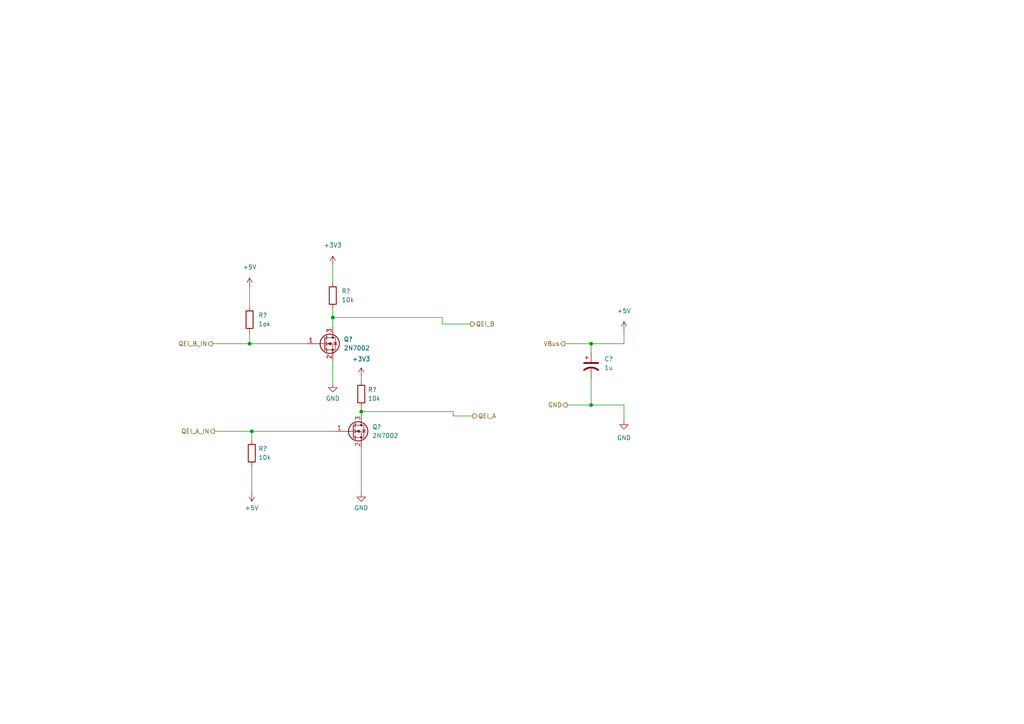
<source format=kicad_sch>
(kicad_sch (version 20211123) (generator eeschema)
  (paper "A4")
  (title_block (title "Remex") (date "2022-06-02") (rev "4.0.0") (company "Montana Tech NRMC") (comment 2 "creativecommons.org/licenses/by/4.0") (comment 3 "License: CC BY 4.0") (comment 4 "Author: Justin Bak"))
  (lib_symbols
    (symbol "Device:C_Polarized_US" (pin_numbers hide) (pin_names (offset 0.254) hide)
      (property "Reference" "C" (at 0.635 2.54 0))
      (property "Value" "C_Polarized_US" (at 0.635 -2.54 0))
      (symbol "C_Polarized_US_0_1"
        (polyline (pts (xy -2.032 0.762) (xy 2.032 0.762)) (stroke (width 0.508)))
        (polyline (pts (xy -1.778 2.286) (xy -0.762 2.286)))
        (polyline (pts (xy -1.27 1.778) (xy -1.27 2.794)))
        (arc (start 2.032 -1.27) (mid 0 -0.5572) (end -2.032 -1.27) (stroke (width 0.508)))
      )
      (symbol "C_Polarized_US_1_1"
        (pin passive line (at 0 3.81 270) (length 2.794) (name "~") (number "1"))
        (pin passive line (at 0 -3.81 90) (length 3.302) (name "~") (number "2"))
      )
    )
    (symbol "Device:R" (pin_numbers hide) (pin_names (offset 0))
      (property "Reference" "R" (at 2.032 0 90))
      (property "Value" "R" (at 0 0 90))
      (symbol "R_0_1"
        (rectangle (start -1.016 -2.54) (end 1.016 2.54) (stroke (width 0.254)))
      )
      (symbol "R_1_1"
        (pin passive line (at 0 3.81 270) (length 1.27) (name "~") (number "1"))
        (pin passive line (at 0 -3.81 90) (length 1.27) (name "~") (number "2"))
      )
    )
    (symbol "Transistor_FET:2N7002" (pin_names hide)
      (property "Reference" "Q" (at 5.08 1.905 0))
      (property "Value" "2N7002" (at 5.08 0 0))
      (symbol "2N7002_0_1"
        (polyline (pts (xy 0.254 0) (xy -2.54 0)))
        (polyline (pts (xy 0.254 1.905) (xy 0.254 -1.905)) (stroke (width 0.254)))
        (polyline (pts (xy 0.762 -1.27) (xy 0.762 -2.286)) (stroke (width 0.254)))
        (polyline (pts (xy 0.762 0.508) (xy 0.762 -0.508)) (stroke (width 0.254)))
        (polyline (pts (xy 0.762 2.286) (xy 0.762 1.27)) (stroke (width 0.254)))
        (polyline (pts (xy 2.54 2.54) (xy 2.54 1.778)))
        (polyline (pts (xy 2.54 -2.54) (xy 2.54 0) (xy 0.762 0)))
        (polyline (pts (xy 0.762 -1.778) (xy 3.302 -1.778) (xy 3.302 1.778) (xy 0.762 1.778)))
        (polyline (pts (xy 1.016 0) (xy 2.032 0.381) (xy 2.032 -0.381) (xy 1.016 0)) (fill (type outline)))
        (polyline (pts (xy 2.794 0.508) (xy 2.921 0.381) (xy 3.683 0.381) (xy 3.81 0.254)))
        (polyline (pts (xy 3.302 0.381) (xy 2.921 -0.254) (xy 3.683 -0.254) (xy 3.302 0.381)))
        (circle (center 1.651 0) (radius 2.794) (stroke (width 0.254)))
        (circle (center 2.54 -1.778) (radius 0.254) (fill (type outline)))
        (circle (center 2.54 1.778) (radius 0.254) (fill (type outline)))
      )
      (symbol "2N7002_1_1"
        (pin input line (at -5.08 0 0) (length 2.54) (name "G") (number "1"))
        (pin passive line (at 2.54 -5.08 90) (length 2.54) (name "S") (number "2"))
        (pin passive line (at 2.54 5.08 270) (length 2.54) (name "D") (number "3"))
      )
    )
    (symbol "power:+3V3" (power) (pin_names (offset 0))
      (property "Value" "+3V3" (at 0 3.556 0))
      (symbol "+3V3_0_1"
        (polyline (pts (xy -0.762 1.27) (xy 0 2.54)))
        (polyline (pts (xy 0 0) (xy 0 2.54)))
        (polyline (pts (xy 0 2.54) (xy 0.762 1.27)))
      )
      (symbol "+3V3_1_1"
        (pin power_in line (at 0 0 90) (length 0) hide (name "+3V3") (number "1"))
      )
    )
    (symbol "power:+5V" (power) (pin_names (offset 0))
      (property "Value" "+5V" (at 0 3.556 0))
      (symbol "+5V_0_1"
        (polyline (pts (xy -0.762 1.27) (xy 0 2.54)))
        (polyline (pts (xy 0 0) (xy 0 2.54)))
        (polyline (pts (xy 0 2.54) (xy 0.762 1.27)))
      )
      (symbol "+5V_1_1"
        (pin power_in line (at 0 0 90) (length 0) hide (name "+5V") (number "1"))
      )
    )
    (symbol "power:GND" (power) (pin_names (offset 0))
      (property "Value" "GND" (at 0 -3.81 0))
      (symbol "GND_0_1"
        (polyline (pts (xy 0 0) (xy 0 -1.27) (xy 1.27 -1.27) (xy 0 -2.54) (xy -1.27 -1.27) (xy 0 -1.27)))
      )
      (symbol "GND_1_1"
        (pin power_in line (at 0 0 270) (length 0) hide (name "GND") (number "1"))
      )
    )
  )
  (junction (at 171.45 99.695))
  (junction (at 171.45 117.475))
  (junction (at 104.775 119.38))
  (junction (at 96.52 92.075))
  (junction (at 73.025 125.095))
  (junction (at 72.39 99.695))
  (wire (pts (xy 180.975 99.695) (xy 180.975 95.885)))
  (wire (pts (xy 131.445 119.38) (xy 131.445 120.65)))
  (wire (pts (xy 72.39 83.185) (xy 72.39 88.9)))
  (wire (pts (xy 62.23 125.095) (xy 73.025 125.095)))
  (wire (pts (xy 96.52 92.075) (xy 96.52 94.615)))
  (wire (pts (xy 72.39 96.52) (xy 72.39 99.695)))
  (wire (pts (xy 73.025 135.255) (xy 73.025 142.875)))
  (wire (pts (xy 180.975 121.92) (xy 180.975 117.475)))
  (wire (pts (xy 72.39 99.695) (xy 88.9 99.695)))
  (wire (pts (xy 180.975 117.475) (xy 171.45 117.475)))
  (wire (pts (xy 171.45 109.855) (xy 171.45 117.475)))
  (wire (pts (xy 164.465 117.475) (xy 171.45 117.475)))
  (wire (pts (xy 96.52 76.835) (xy 96.52 81.915)))
  (wire (pts (xy 104.775 109.22) (xy 104.775 110.49)))
  (wire (pts (xy 73.025 125.095) (xy 97.155 125.095)))
  (wire (pts (xy 104.775 119.38) (xy 131.445 119.38)))
  (wire (pts (xy 128.27 93.98) (xy 136.525 93.98)))
  (wire (pts (xy 171.45 102.235) (xy 171.45 99.695)))
  (wire (pts (xy 171.45 99.695) (xy 180.975 99.695)))
  (wire (pts (xy 131.445 120.65) (xy 137.16 120.65)))
  (wire (pts (xy 61.595 99.695) (xy 72.39 99.695)))
  (wire (pts (xy 96.52 104.775) (xy 96.52 111.125)))
  (wire (pts (xy 104.775 119.38) (xy 104.775 120.015)))
  (wire (pts (xy 104.775 118.11) (xy 104.775 119.38)))
  (wire (pts (xy 96.52 89.535) (xy 96.52 92.075)))
  (wire (pts (xy 96.52 92.075) (xy 128.27 92.075)))
  (wire (pts (xy 128.27 92.075) (xy 128.27 93.98)))
  (wire (pts (xy 163.83 99.695) (xy 171.45 99.695)))
  (wire (pts (xy 104.775 130.175) (xy 104.775 142.875)))
  (wire (pts (xy 73.025 125.095) (xy 73.025 127.635)))
  (hierarchical_label "VBus" (shape output) (at 163.83 99.695 180))
  (hierarchical_label "GND" (shape output) (at 164.465 117.475 180))
  (hierarchical_label "QEI_B" (shape output) (at 136.525 93.98 0))
  (hierarchical_label "QEI_B_IN" (shape output) (at 61.595 99.695 180))
  (hierarchical_label "QEI_A" (shape output) (at 137.16 120.65 0))
  (hierarchical_label "QEI_A_IN" (shape output) (at 62.23 125.095 180))
  (symbol (lib_id "power:GND") (at 96.52 111.125 0) (unit 1)
    (property "Reference" "#PWR?" (effects hide))
    (property "Value" "GND" (at 96.52 115.57 0))
  )
  (symbol (lib_id "power:+5V") (at 73.025 142.875 180) (unit 1)
    (property "Reference" "#PWR?" (effects hide))
    (property "Value" "+5V" (at 73.025 147.32 0))
  )
  (symbol (lib_id "Transistor_FET:2N7002") (at 102.235 125.095 0) (unit 1)
    (property "Reference" "Q?" (at 107.95 123.8249 0) (effects (justify left)))
    (property "Value" "2N7002" (at 107.95 126.3649 0) (effects (justify left)))
    (property "Footprint" "Package_TO_SOT_SMD:SOT-23" (effects hide))
    (property "Datasheet" "https://www.onsemi.com/pub/Collateral/NDS7002A-D.PDF" (effects hide))
  )
  (symbol (lib_id "Transistor_FET:2N7002") (at 93.98 99.695 0) (unit 1)
    (property "Reference" "Q?" (at 99.695 98.4249 0) (effects (justify left)))
    (property "Value" "2N7002" (at 99.695 100.9649 0) (effects (justify left)))
    (property "Footprint" "Package_TO_SOT_SMD:SOT-23" (effects hide))
    (property "Datasheet" "https://www.onsemi.com/pub/Collateral/NDS7002A-D.PDF" (effects hide))
  )
  (symbol (lib_id "Device:R") (at 72.39 92.71 0) (unit 1)
    (property "Reference" "R?" (at 74.93 91.4399 0) (effects (justify left)))
    (property "Value" "1ok" (at 74.93 93.9799 0) (effects (justify left)))
  )
  (symbol (lib_id "Device:R") (at 104.775 114.3 0) (unit 1)
    (property "Reference" "R?" (at 106.68 113.0299 0) (effects (justify left)))
    (property "Value" "10k" (at 106.68 115.5699 0) (effects (justify left)))
  )
  (symbol (lib_id "power:+5V") (at 180.975 95.885 0) (unit 1)
    (property "Reference" "#PWR?" (effects hide))
    (property "Value" "+5V" (at 180.975 90.17 0))
  )
  (symbol (lib_id "Device:R") (at 73.025 131.445 0) (unit 1)
    (property "Reference" "R?" (at 74.93 130.1749 0) (effects (justify left)))
    (property "Value" "10k" (at 74.93 132.7149 0) (effects (justify left)))
  )
  (symbol (lib_id "Device:R") (at 96.52 85.725 0) (unit 1)
    (property "Reference" "R?" (at 99.06 84.4549 0) (effects (justify left)))
    (property "Value" "10k" (at 99.06 86.9949 0) (effects (justify left)))
  )
  (symbol (lib_id "Device:C_Polarized_US") (at 171.45 106.045 0) (unit 1)
    (property "Reference" "C?" (at 175.26 104.1399 0) (effects (justify left)))
    (property "Value" "1u" (at 175.26 106.6799 0) (effects (justify left)))
  )
  (symbol (lib_id "power:GND") (at 180.975 121.92 0) (unit 1)
    (property "Reference" "#PWR?" (effects hide))
    (property "Value" "GND" (at 180.975 127 0))
  )
  (symbol (lib_id "power:GND") (at 104.775 142.875 0) (unit 1)
    (property "Reference" "#PWR?" (effects hide))
    (property "Value" "GND" (at 104.775 147.32 0))
  )
  (symbol (lib_id "power:+3V3") (at 96.52 76.835 0) (unit 1)
    (property "Reference" "#PWR?" (effects hide))
    (property "Value" "+3V3" (at 96.52 71.12 0))
  )
  (symbol (lib_id "power:+5V") (at 72.39 83.185 0) (unit 1)
    (property "Reference" "#PWR?" (effects hide))
    (property "Value" "+5V" (at 72.39 77.47 0))
  )
  (symbol (lib_id "power:+3V3") (at 104.775 109.22 0) (unit 1)
    (property "Reference" "#PWR?" (effects hide))
    (property "Value" "+3V3" (at 104.775 104.14 0))
  )
)
</source>
